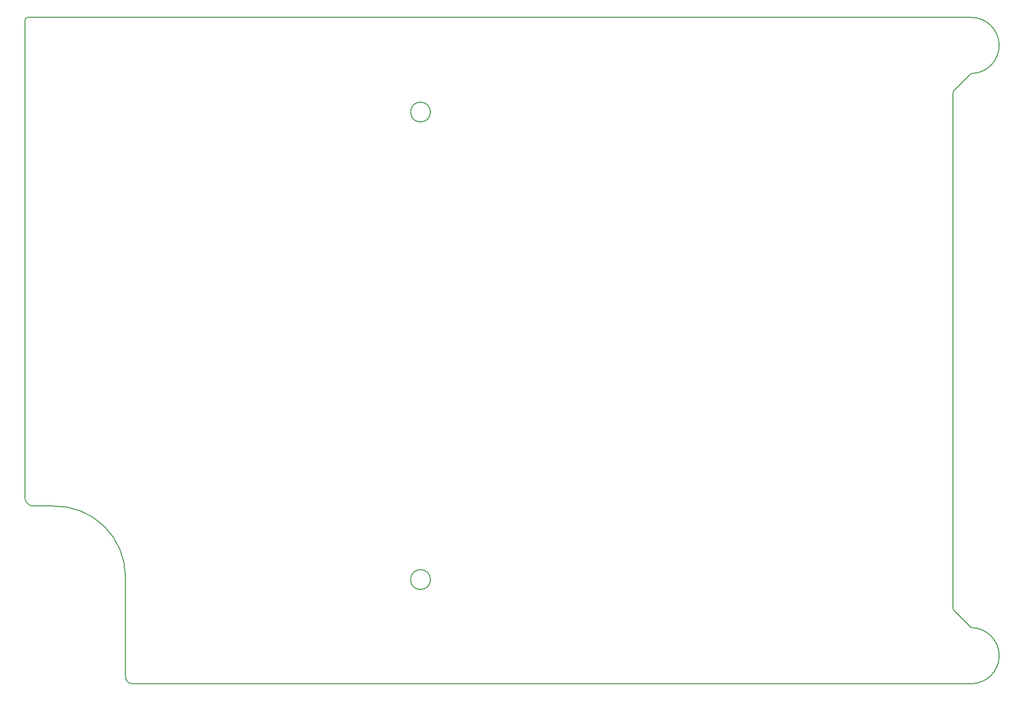
<source format=gbr>
G04 #@! TF.GenerationSoftware,KiCad,Pcbnew,(5.0.1)-3*
G04 #@! TF.CreationDate,2018-11-05T16:43:38-06:00*
G04 #@! TF.ProjectId,power_board,706F7765725F626F6172642E6B696361,rev?*
G04 #@! TF.SameCoordinates,Original*
G04 #@! TF.FileFunction,Profile,NP*
%FSLAX46Y46*%
G04 Gerber Fmt 4.6, Leading zero omitted, Abs format (unit mm)*
G04 Created by KiCad (PCBNEW (5.0.1)-3) date 11/5/2018 4:43:38 PM*
%MOMM*%
%LPD*%
G01*
G04 APERTURE LIST*
%ADD10C,0.200000*%
G04 APERTURE END LIST*
D10*
X133830000Y-49050000D02*
G75*
G03X133830000Y-49050000I-1750000J0D01*
G01*
X133830000Y-131600000D02*
G75*
G03X133830000Y-131600000I-1750000J0D01*
G01*
X63686022Y-118623945D02*
G75*
G02X62318197Y-116888994I183563J1551388D01*
G01*
X229372081Y-140096102D02*
G75*
G02X229180248Y-149998194I-191833J-4949188D01*
G01*
X229180249Y-32332791D02*
G75*
G02X229372080Y-42234881I-1J-4952903D01*
G01*
X81237434Y-149998194D02*
G75*
G02X80044133Y-148674395I65249J1258550D01*
G01*
X226151695Y-137063832D02*
G75*
G02X226005248Y-136710279I353553J353553D01*
G01*
X80043854Y-131109174D02*
X80044133Y-148674395D01*
X229037892Y-42380953D02*
G75*
G02X229372080Y-42234881I353554J-353553D01*
G01*
X62318197Y-32832790D02*
X62318197Y-116888994D01*
X226005248Y-149998194D02*
X229180248Y-149998194D01*
X229372080Y-140096103D02*
G75*
G02X229037892Y-139950031I19366J499626D01*
G01*
X62818197Y-32332790D02*
X229180248Y-32332790D01*
X229037892Y-42380953D02*
X226151694Y-45267151D01*
X62318197Y-32832790D02*
G75*
G02X62818197Y-32332790I500000J0D01*
G01*
X63686022Y-118623945D02*
X67299777Y-118623945D01*
X226005247Y-45620705D02*
G75*
G02X226151694Y-45267151I500001J0D01*
G01*
X81237434Y-149998194D02*
X226005248Y-149998194D01*
X226005248Y-136710279D02*
X226005248Y-45620705D01*
X229037892Y-139950031D02*
X226151694Y-137063832D01*
X67299777Y-118623946D02*
G75*
G02X80043854Y-131109174I256220J-12485228D01*
G01*
M02*

</source>
